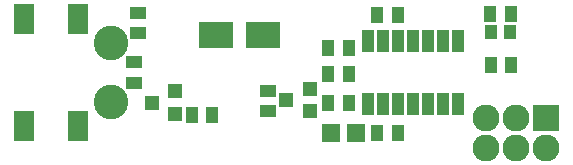
<source format=gbr>
G04 #@! TF.GenerationSoftware,KiCad,Pcbnew,5.0.0-rc2-dev-unknown-0ded476~63~ubuntu16.04.1*
G04 #@! TF.CreationDate,2018-03-27T22:27:57+03:00*
G04 #@! TF.ProjectId,chirp-v2.4,63686972702D76322E342E6B69636164,rev?*
G04 #@! TF.SameCoordinates,Original*
G04 #@! TF.FileFunction,Soldermask,Top*
G04 #@! TF.FilePolarity,Negative*
%FSLAX46Y46*%
G04 Gerber Fmt 4.6, Leading zero omitted, Abs format (unit mm)*
G04 Created by KiCad (PCBNEW 5.0.0-rc2-dev-unknown-0ded476~63~ubuntu16.04.1) date Tue Mar 27 22:27:57 2018*
%MOMM*%
%LPD*%
G01*
G04 APERTURE LIST*
%ADD10R,2.899360X2.200860*%
%ADD11R,1.600000X1.600000*%
%ADD12R,1.300000X1.200000*%
%ADD13R,1.000000X1.900000*%
%ADD14R,1.070000X1.400000*%
%ADD15R,1.400000X1.070000*%
%ADD16R,1.797000X2.508200*%
%ADD17R,1.000000X1.200000*%
%ADD18R,2.279600X2.279600*%
%ADD19C,2.279600*%
%ADD20C,2.940000*%
G04 APERTURE END LIST*
D10*
X96451020Y-101800000D03*
X100448980Y-101800000D03*
D11*
X106176100Y-110081100D03*
X108276100Y-110081100D03*
D12*
X93000000Y-108500000D03*
X93000000Y-106600000D03*
X91000000Y-107550000D03*
D13*
X109290000Y-107700000D03*
X110560000Y-107700000D03*
X111830000Y-107700000D03*
X113100000Y-107700000D03*
X114370000Y-107700000D03*
X115640000Y-107700000D03*
X116910000Y-107700000D03*
X116910000Y-102300000D03*
X115640000Y-102300000D03*
X114370000Y-102300000D03*
X113100000Y-102300000D03*
X111830000Y-102300000D03*
X110560000Y-102300000D03*
X109290000Y-102300000D03*
D14*
X94375000Y-108550000D03*
X96125000Y-108550000D03*
D15*
X89450000Y-104125000D03*
X89450000Y-105875000D03*
D14*
X105925000Y-105100000D03*
X107675000Y-105100000D03*
X119686100Y-104366100D03*
X121436100Y-104366100D03*
X110075000Y-100150000D03*
X111825000Y-100150000D03*
X110075000Y-110100000D03*
X111825000Y-110100000D03*
X105951100Y-107541100D03*
X107701100Y-107541100D03*
X105925000Y-102900000D03*
X107675000Y-102900000D03*
X121425000Y-100050000D03*
X119675000Y-100050000D03*
D15*
X89800000Y-99925000D03*
X89800000Y-101675000D03*
D16*
X80200500Y-109547700D03*
X80200500Y-100454500D03*
X84721700Y-100432700D03*
X84721700Y-109547700D03*
D17*
X119750000Y-101600000D03*
X121350000Y-101600000D03*
D18*
X124371100Y-108811100D03*
D19*
X124371100Y-111351100D03*
X121831100Y-108811100D03*
X121831100Y-111351100D03*
X119291100Y-108811100D03*
X119291100Y-111351100D03*
D20*
X87541100Y-102501100D03*
X87541100Y-107501100D03*
D15*
X100800000Y-106525000D03*
X100800000Y-108275000D03*
D12*
X102400000Y-107300000D03*
X104400000Y-106350000D03*
X104400000Y-108250000D03*
M02*

</source>
